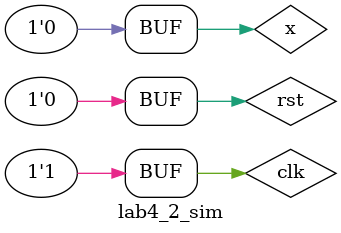
<source format=v>
`timescale 1ns / 1ps


module lab4_2_sim(
    
    );
    
    reg clk;
    reg rst;
    reg x;
    wire sign;
    wire [2:0]state;
    
    FSM myfsm(clk,rst,x,sign,state);
    
    always begin
        clk<=0;
        #10;
        clk<=1;
        #10;
    end
    
    initial begin
        rst<=0;
        clk<=0;
        x<=0;
        
        #15;
        rst=1;
        #20;
        rst=0;
        #20;
        
        x<=0;
        #20;
        x<=1;
        #20;
        x<=1;
        #20;
        x<=0;
        #20;
        x<=1;
        #20;
        x<=0;
        #20;
        x<=1;
        #20;
        x<=1;
        #20;
        x<=0;
        #20;
        x<=1;
        #20;
        x<=1;
        #20;
        x<=0;
    end
        
endmodule

</source>
